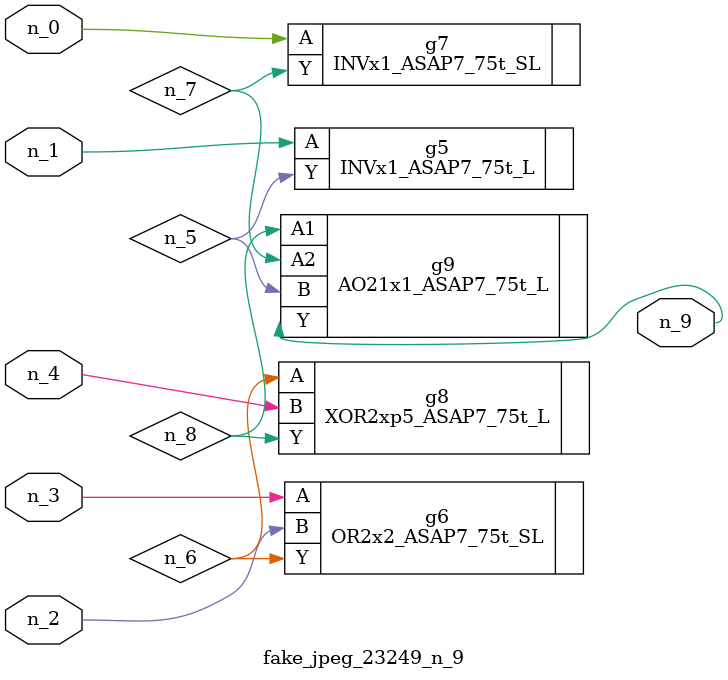
<source format=v>
module fake_jpeg_23249_n_9 (n_3, n_2, n_1, n_0, n_4, n_9);

input n_3;
input n_2;
input n_1;
input n_0;
input n_4;

output n_9;

wire n_8;
wire n_6;
wire n_5;
wire n_7;

INVx1_ASAP7_75t_L g5 ( 
.A(n_1),
.Y(n_5)
);

OR2x2_ASAP7_75t_SL g6 ( 
.A(n_3),
.B(n_2),
.Y(n_6)
);

INVx1_ASAP7_75t_SL g7 ( 
.A(n_0),
.Y(n_7)
);

XOR2xp5_ASAP7_75t_L g8 ( 
.A(n_6),
.B(n_4),
.Y(n_8)
);

AO21x1_ASAP7_75t_L g9 ( 
.A1(n_8),
.A2(n_7),
.B(n_5),
.Y(n_9)
);


endmodule
</source>
